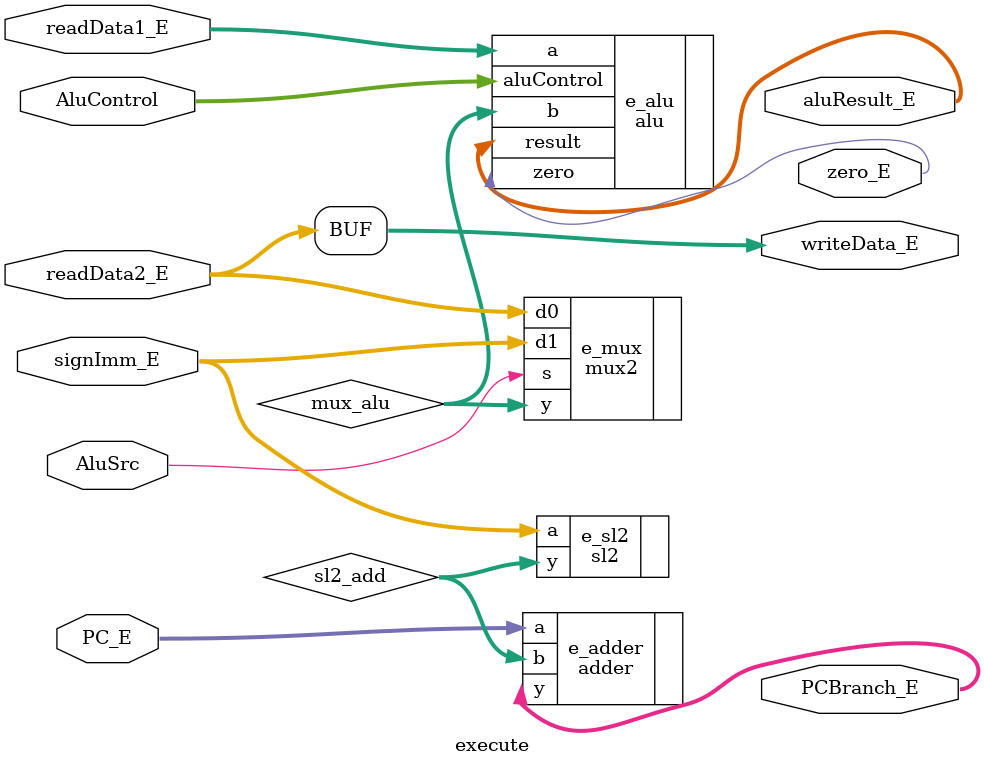
<source format=sv>
module execute #(parameter N = 64)
					(input logic AluSrc, 
					 input logic [3:0] AluControl,
					 input logic [N-1:0] PC_E, signImm_E, readData1_E, readData2_E,
					output logic [N-1:0] PCBranch_E, aluResult_E, writeData_E,
					output logic zero_E);
	
	logic [N-1:0] mux_alu, sl2_add;
	
	sl2 #(N) e_sl2 (.a(signImm_E), .y(sl2_add));
	mux2 #(N) e_mux (.d0(readData2_E), .d1(signImm_E), .s(AluSrc), .y(mux_alu));
	
	alu e_alu(
		.a(readData1_E), 
		.b(mux_alu), 
		.aluControl(AluControl),
		.zero(zero_E), 
		.result(aluResult_E)
	);
	adder #(N) e_adder (.a(PC_E), .b(sl2_add), .y(PCBranch_E));
	
	assign writeData_E = readData2_E;
	
endmodule
</source>
